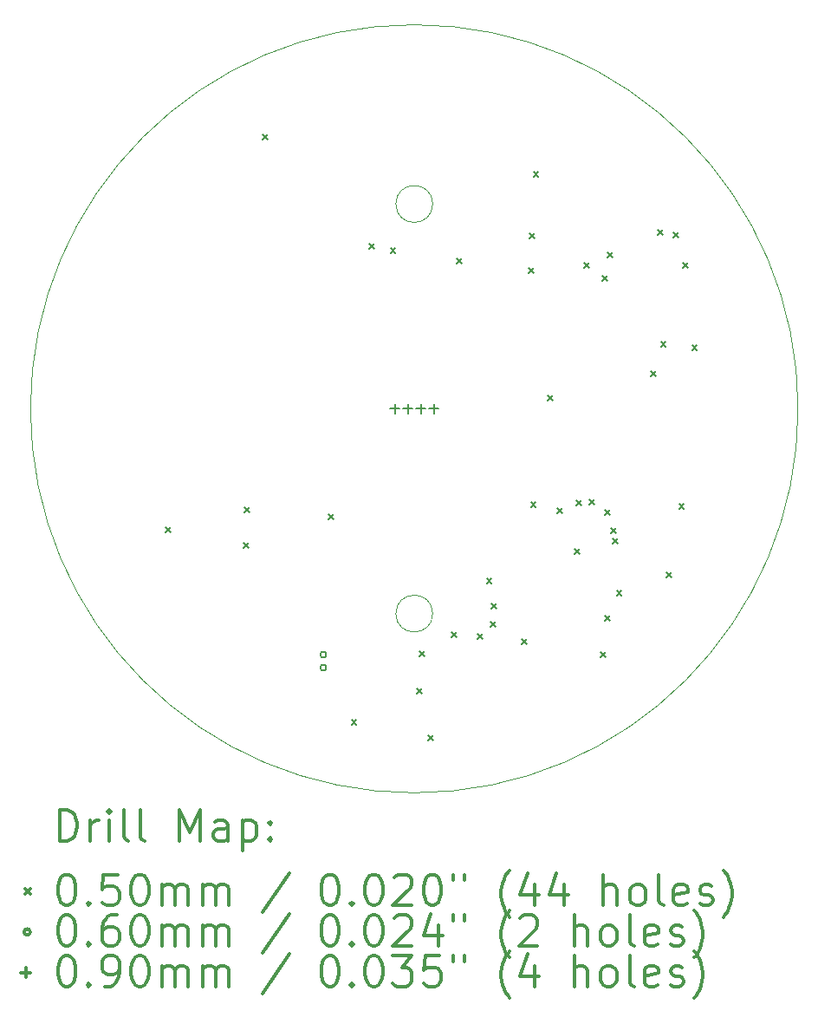
<source format=gbr>
%FSLAX45Y45*%
G04 Gerber Fmt 4.5, Leading zero omitted, Abs format (unit mm)*
G04 Created by KiCad (PCBNEW 5.1.5-52549c5~84~ubuntu18.04.1) date 2020-01-06 14:01:49*
%MOMM*%
%LPD*%
G04 APERTURE LIST*
%TA.AperFunction,Profile*%
%ADD10C,0.050000*%
%TD*%
%ADD11C,0.200000*%
%ADD12C,0.300000*%
G04 APERTURE END LIST*
D10*
X10180000Y-12000000D02*
G75*
G03X10180000Y-12000000I-180000J0D01*
G01*
X10180000Y-8000000D02*
G75*
G03X10180000Y-8000000I-180000J0D01*
G01*
X13750000Y-10000000D02*
G75*
G03X13750000Y-10000000I-3750000J0D01*
G01*
D11*
X7572160Y-11153560D02*
X7622160Y-11203560D01*
X7622160Y-11153560D02*
X7572160Y-11203560D01*
X8329080Y-11311040D02*
X8379080Y-11361040D01*
X8379080Y-11311040D02*
X8329080Y-11361040D01*
X8339240Y-10965600D02*
X8389240Y-11015600D01*
X8389240Y-10965600D02*
X8339240Y-11015600D01*
X8517040Y-7323240D02*
X8567040Y-7373240D01*
X8567040Y-7323240D02*
X8517040Y-7373240D01*
X9162200Y-11031640D02*
X9212200Y-11081640D01*
X9212200Y-11031640D02*
X9162200Y-11081640D01*
X9385720Y-13033160D02*
X9435720Y-13083160D01*
X9435720Y-13033160D02*
X9385720Y-13083160D01*
X9558440Y-8384960D02*
X9608440Y-8434960D01*
X9608440Y-8384960D02*
X9558440Y-8434960D01*
X9766720Y-8430680D02*
X9816720Y-8480680D01*
X9816720Y-8430680D02*
X9766720Y-8480680D01*
X10025800Y-12733440D02*
X10075800Y-12783440D01*
X10075800Y-12733440D02*
X10025800Y-12783440D01*
X10051200Y-12367680D02*
X10101200Y-12417680D01*
X10101200Y-12367680D02*
X10051200Y-12417680D01*
X10137560Y-13185560D02*
X10187560Y-13235560D01*
X10187560Y-13185560D02*
X10137560Y-13235560D01*
X10361080Y-12184800D02*
X10411080Y-12234800D01*
X10411080Y-12184800D02*
X10361080Y-12234800D01*
X10411880Y-8532280D02*
X10461880Y-8582280D01*
X10461880Y-8532280D02*
X10411880Y-8582280D01*
X10615080Y-12200040D02*
X10665080Y-12250040D01*
X10665080Y-12200040D02*
X10615080Y-12250040D01*
X10706520Y-11656480D02*
X10756520Y-11706480D01*
X10756520Y-11656480D02*
X10706520Y-11706480D01*
X10742080Y-12078120D02*
X10792080Y-12128120D01*
X10792080Y-12078120D02*
X10742080Y-12128120D01*
X10752240Y-11900320D02*
X10802240Y-11950320D01*
X10802240Y-11900320D02*
X10752240Y-11950320D01*
X11051960Y-12250840D02*
X11101960Y-12300840D01*
X11101960Y-12250840D02*
X11051960Y-12300840D01*
X11118000Y-8623720D02*
X11168000Y-8673720D01*
X11168000Y-8623720D02*
X11118000Y-8673720D01*
X11128160Y-8288440D02*
X11178160Y-8338440D01*
X11178160Y-8288440D02*
X11128160Y-8338440D01*
X11138320Y-10914800D02*
X11188320Y-10964800D01*
X11188320Y-10914800D02*
X11138320Y-10964800D01*
X11163720Y-7683920D02*
X11213720Y-7733920D01*
X11213720Y-7683920D02*
X11163720Y-7733920D01*
X11305960Y-9868320D02*
X11355960Y-9918320D01*
X11355960Y-9868320D02*
X11305960Y-9918320D01*
X11397400Y-10970680D02*
X11447400Y-11020680D01*
X11447400Y-10970680D02*
X11397400Y-11020680D01*
X11565040Y-11372000D02*
X11615040Y-11422000D01*
X11615040Y-11372000D02*
X11565040Y-11422000D01*
X11581641Y-10892844D02*
X11631641Y-10942844D01*
X11631641Y-10892844D02*
X11581641Y-10942844D01*
X11661560Y-8572920D02*
X11711560Y-8622920D01*
X11711560Y-8572920D02*
X11661560Y-8622920D01*
X11707280Y-10884320D02*
X11757280Y-10934320D01*
X11757280Y-10884320D02*
X11707280Y-10934320D01*
X11819040Y-12372760D02*
X11869040Y-12422760D01*
X11869040Y-12372760D02*
X11819040Y-12422760D01*
X11834280Y-8705000D02*
X11884280Y-8755000D01*
X11884280Y-8705000D02*
X11834280Y-8755000D01*
X11859680Y-10991000D02*
X11909680Y-11041000D01*
X11909680Y-10991000D02*
X11859680Y-11041000D01*
X11859680Y-12022240D02*
X11909680Y-12072240D01*
X11909680Y-12022240D02*
X11859680Y-12072240D01*
X11890160Y-8471320D02*
X11940160Y-8521320D01*
X11940160Y-8471320D02*
X11890160Y-8521320D01*
X11920640Y-11163720D02*
X11970640Y-11213720D01*
X11970640Y-11163720D02*
X11920640Y-11213720D01*
X11935880Y-11270400D02*
X11985880Y-11320400D01*
X11985880Y-11270400D02*
X11935880Y-11320400D01*
X11976520Y-11778400D02*
X12026520Y-11828400D01*
X12026520Y-11778400D02*
X11976520Y-11828400D01*
X12311800Y-9634640D02*
X12361800Y-9684640D01*
X12361800Y-9634640D02*
X12311800Y-9684640D01*
X12377840Y-8252880D02*
X12427840Y-8302880D01*
X12427840Y-8252880D02*
X12377840Y-8302880D01*
X12408320Y-9345080D02*
X12458320Y-9395080D01*
X12458320Y-9345080D02*
X12408320Y-9395080D01*
X12464200Y-11600600D02*
X12514200Y-11650600D01*
X12514200Y-11600600D02*
X12464200Y-11650600D01*
X12530240Y-8278280D02*
X12580240Y-8328280D01*
X12580240Y-8278280D02*
X12530240Y-8328280D01*
X12586120Y-10924960D02*
X12636120Y-10974960D01*
X12636120Y-10924960D02*
X12586120Y-10974960D01*
X12621680Y-8578000D02*
X12671680Y-8628000D01*
X12671680Y-8578000D02*
X12621680Y-8628000D01*
X12713120Y-9375560D02*
X12763120Y-9425560D01*
X12763120Y-9375560D02*
X12713120Y-9425560D01*
X9141000Y-12400300D02*
G75*
G03X9141000Y-12400300I-30000J0D01*
G01*
X9141000Y-12527300D02*
G75*
G03X9141000Y-12527300I-30000J0D01*
G01*
X9809500Y-9955000D02*
X9809500Y-10045000D01*
X9764500Y-10000000D02*
X9854500Y-10000000D01*
X9936500Y-9955000D02*
X9936500Y-10045000D01*
X9891500Y-10000000D02*
X9981500Y-10000000D01*
X10063500Y-9955000D02*
X10063500Y-10045000D01*
X10018500Y-10000000D02*
X10108500Y-10000000D01*
X10190500Y-9955000D02*
X10190500Y-10045000D01*
X10145500Y-10000000D02*
X10235500Y-10000000D01*
D12*
X6533928Y-14218214D02*
X6533928Y-13918214D01*
X6605357Y-13918214D01*
X6648214Y-13932500D01*
X6676786Y-13961071D01*
X6691071Y-13989643D01*
X6705357Y-14046786D01*
X6705357Y-14089643D01*
X6691071Y-14146786D01*
X6676786Y-14175357D01*
X6648214Y-14203929D01*
X6605357Y-14218214D01*
X6533928Y-14218214D01*
X6833928Y-14218214D02*
X6833928Y-14018214D01*
X6833928Y-14075357D02*
X6848214Y-14046786D01*
X6862500Y-14032500D01*
X6891071Y-14018214D01*
X6919643Y-14018214D01*
X7019643Y-14218214D02*
X7019643Y-14018214D01*
X7019643Y-13918214D02*
X7005357Y-13932500D01*
X7019643Y-13946786D01*
X7033928Y-13932500D01*
X7019643Y-13918214D01*
X7019643Y-13946786D01*
X7205357Y-14218214D02*
X7176786Y-14203929D01*
X7162500Y-14175357D01*
X7162500Y-13918214D01*
X7362500Y-14218214D02*
X7333928Y-14203929D01*
X7319643Y-14175357D01*
X7319643Y-13918214D01*
X7705357Y-14218214D02*
X7705357Y-13918214D01*
X7805357Y-14132500D01*
X7905357Y-13918214D01*
X7905357Y-14218214D01*
X8176786Y-14218214D02*
X8176786Y-14061071D01*
X8162500Y-14032500D01*
X8133928Y-14018214D01*
X8076786Y-14018214D01*
X8048214Y-14032500D01*
X8176786Y-14203929D02*
X8148214Y-14218214D01*
X8076786Y-14218214D01*
X8048214Y-14203929D01*
X8033928Y-14175357D01*
X8033928Y-14146786D01*
X8048214Y-14118214D01*
X8076786Y-14103929D01*
X8148214Y-14103929D01*
X8176786Y-14089643D01*
X8319643Y-14018214D02*
X8319643Y-14318214D01*
X8319643Y-14032500D02*
X8348214Y-14018214D01*
X8405357Y-14018214D01*
X8433928Y-14032500D01*
X8448214Y-14046786D01*
X8462500Y-14075357D01*
X8462500Y-14161071D01*
X8448214Y-14189643D01*
X8433928Y-14203929D01*
X8405357Y-14218214D01*
X8348214Y-14218214D01*
X8319643Y-14203929D01*
X8591071Y-14189643D02*
X8605357Y-14203929D01*
X8591071Y-14218214D01*
X8576786Y-14203929D01*
X8591071Y-14189643D01*
X8591071Y-14218214D01*
X8591071Y-14032500D02*
X8605357Y-14046786D01*
X8591071Y-14061071D01*
X8576786Y-14046786D01*
X8591071Y-14032500D01*
X8591071Y-14061071D01*
X6197500Y-14687500D02*
X6247500Y-14737500D01*
X6247500Y-14687500D02*
X6197500Y-14737500D01*
X6591071Y-14548214D02*
X6619643Y-14548214D01*
X6648214Y-14562500D01*
X6662500Y-14576786D01*
X6676786Y-14605357D01*
X6691071Y-14662500D01*
X6691071Y-14733929D01*
X6676786Y-14791071D01*
X6662500Y-14819643D01*
X6648214Y-14833929D01*
X6619643Y-14848214D01*
X6591071Y-14848214D01*
X6562500Y-14833929D01*
X6548214Y-14819643D01*
X6533928Y-14791071D01*
X6519643Y-14733929D01*
X6519643Y-14662500D01*
X6533928Y-14605357D01*
X6548214Y-14576786D01*
X6562500Y-14562500D01*
X6591071Y-14548214D01*
X6819643Y-14819643D02*
X6833928Y-14833929D01*
X6819643Y-14848214D01*
X6805357Y-14833929D01*
X6819643Y-14819643D01*
X6819643Y-14848214D01*
X7105357Y-14548214D02*
X6962500Y-14548214D01*
X6948214Y-14691071D01*
X6962500Y-14676786D01*
X6991071Y-14662500D01*
X7062500Y-14662500D01*
X7091071Y-14676786D01*
X7105357Y-14691071D01*
X7119643Y-14719643D01*
X7119643Y-14791071D01*
X7105357Y-14819643D01*
X7091071Y-14833929D01*
X7062500Y-14848214D01*
X6991071Y-14848214D01*
X6962500Y-14833929D01*
X6948214Y-14819643D01*
X7305357Y-14548214D02*
X7333928Y-14548214D01*
X7362500Y-14562500D01*
X7376786Y-14576786D01*
X7391071Y-14605357D01*
X7405357Y-14662500D01*
X7405357Y-14733929D01*
X7391071Y-14791071D01*
X7376786Y-14819643D01*
X7362500Y-14833929D01*
X7333928Y-14848214D01*
X7305357Y-14848214D01*
X7276786Y-14833929D01*
X7262500Y-14819643D01*
X7248214Y-14791071D01*
X7233928Y-14733929D01*
X7233928Y-14662500D01*
X7248214Y-14605357D01*
X7262500Y-14576786D01*
X7276786Y-14562500D01*
X7305357Y-14548214D01*
X7533928Y-14848214D02*
X7533928Y-14648214D01*
X7533928Y-14676786D02*
X7548214Y-14662500D01*
X7576786Y-14648214D01*
X7619643Y-14648214D01*
X7648214Y-14662500D01*
X7662500Y-14691071D01*
X7662500Y-14848214D01*
X7662500Y-14691071D02*
X7676786Y-14662500D01*
X7705357Y-14648214D01*
X7748214Y-14648214D01*
X7776786Y-14662500D01*
X7791071Y-14691071D01*
X7791071Y-14848214D01*
X7933928Y-14848214D02*
X7933928Y-14648214D01*
X7933928Y-14676786D02*
X7948214Y-14662500D01*
X7976786Y-14648214D01*
X8019643Y-14648214D01*
X8048214Y-14662500D01*
X8062500Y-14691071D01*
X8062500Y-14848214D01*
X8062500Y-14691071D02*
X8076786Y-14662500D01*
X8105357Y-14648214D01*
X8148214Y-14648214D01*
X8176786Y-14662500D01*
X8191071Y-14691071D01*
X8191071Y-14848214D01*
X8776786Y-14533929D02*
X8519643Y-14919643D01*
X9162500Y-14548214D02*
X9191071Y-14548214D01*
X9219643Y-14562500D01*
X9233928Y-14576786D01*
X9248214Y-14605357D01*
X9262500Y-14662500D01*
X9262500Y-14733929D01*
X9248214Y-14791071D01*
X9233928Y-14819643D01*
X9219643Y-14833929D01*
X9191071Y-14848214D01*
X9162500Y-14848214D01*
X9133928Y-14833929D01*
X9119643Y-14819643D01*
X9105357Y-14791071D01*
X9091071Y-14733929D01*
X9091071Y-14662500D01*
X9105357Y-14605357D01*
X9119643Y-14576786D01*
X9133928Y-14562500D01*
X9162500Y-14548214D01*
X9391071Y-14819643D02*
X9405357Y-14833929D01*
X9391071Y-14848214D01*
X9376786Y-14833929D01*
X9391071Y-14819643D01*
X9391071Y-14848214D01*
X9591071Y-14548214D02*
X9619643Y-14548214D01*
X9648214Y-14562500D01*
X9662500Y-14576786D01*
X9676786Y-14605357D01*
X9691071Y-14662500D01*
X9691071Y-14733929D01*
X9676786Y-14791071D01*
X9662500Y-14819643D01*
X9648214Y-14833929D01*
X9619643Y-14848214D01*
X9591071Y-14848214D01*
X9562500Y-14833929D01*
X9548214Y-14819643D01*
X9533928Y-14791071D01*
X9519643Y-14733929D01*
X9519643Y-14662500D01*
X9533928Y-14605357D01*
X9548214Y-14576786D01*
X9562500Y-14562500D01*
X9591071Y-14548214D01*
X9805357Y-14576786D02*
X9819643Y-14562500D01*
X9848214Y-14548214D01*
X9919643Y-14548214D01*
X9948214Y-14562500D01*
X9962500Y-14576786D01*
X9976786Y-14605357D01*
X9976786Y-14633929D01*
X9962500Y-14676786D01*
X9791071Y-14848214D01*
X9976786Y-14848214D01*
X10162500Y-14548214D02*
X10191071Y-14548214D01*
X10219643Y-14562500D01*
X10233928Y-14576786D01*
X10248214Y-14605357D01*
X10262500Y-14662500D01*
X10262500Y-14733929D01*
X10248214Y-14791071D01*
X10233928Y-14819643D01*
X10219643Y-14833929D01*
X10191071Y-14848214D01*
X10162500Y-14848214D01*
X10133928Y-14833929D01*
X10119643Y-14819643D01*
X10105357Y-14791071D01*
X10091071Y-14733929D01*
X10091071Y-14662500D01*
X10105357Y-14605357D01*
X10119643Y-14576786D01*
X10133928Y-14562500D01*
X10162500Y-14548214D01*
X10376786Y-14548214D02*
X10376786Y-14605357D01*
X10491071Y-14548214D02*
X10491071Y-14605357D01*
X10933928Y-14962500D02*
X10919643Y-14948214D01*
X10891071Y-14905357D01*
X10876786Y-14876786D01*
X10862500Y-14833929D01*
X10848214Y-14762500D01*
X10848214Y-14705357D01*
X10862500Y-14633929D01*
X10876786Y-14591071D01*
X10891071Y-14562500D01*
X10919643Y-14519643D01*
X10933928Y-14505357D01*
X11176786Y-14648214D02*
X11176786Y-14848214D01*
X11105357Y-14533929D02*
X11033928Y-14748214D01*
X11219643Y-14748214D01*
X11462500Y-14648214D02*
X11462500Y-14848214D01*
X11391071Y-14533929D02*
X11319643Y-14748214D01*
X11505357Y-14748214D01*
X11848214Y-14848214D02*
X11848214Y-14548214D01*
X11976786Y-14848214D02*
X11976786Y-14691071D01*
X11962500Y-14662500D01*
X11933928Y-14648214D01*
X11891071Y-14648214D01*
X11862500Y-14662500D01*
X11848214Y-14676786D01*
X12162500Y-14848214D02*
X12133928Y-14833929D01*
X12119643Y-14819643D01*
X12105357Y-14791071D01*
X12105357Y-14705357D01*
X12119643Y-14676786D01*
X12133928Y-14662500D01*
X12162500Y-14648214D01*
X12205357Y-14648214D01*
X12233928Y-14662500D01*
X12248214Y-14676786D01*
X12262500Y-14705357D01*
X12262500Y-14791071D01*
X12248214Y-14819643D01*
X12233928Y-14833929D01*
X12205357Y-14848214D01*
X12162500Y-14848214D01*
X12433928Y-14848214D02*
X12405357Y-14833929D01*
X12391071Y-14805357D01*
X12391071Y-14548214D01*
X12662500Y-14833929D02*
X12633928Y-14848214D01*
X12576786Y-14848214D01*
X12548214Y-14833929D01*
X12533928Y-14805357D01*
X12533928Y-14691071D01*
X12548214Y-14662500D01*
X12576786Y-14648214D01*
X12633928Y-14648214D01*
X12662500Y-14662500D01*
X12676786Y-14691071D01*
X12676786Y-14719643D01*
X12533928Y-14748214D01*
X12791071Y-14833929D02*
X12819643Y-14848214D01*
X12876786Y-14848214D01*
X12905357Y-14833929D01*
X12919643Y-14805357D01*
X12919643Y-14791071D01*
X12905357Y-14762500D01*
X12876786Y-14748214D01*
X12833928Y-14748214D01*
X12805357Y-14733929D01*
X12791071Y-14705357D01*
X12791071Y-14691071D01*
X12805357Y-14662500D01*
X12833928Y-14648214D01*
X12876786Y-14648214D01*
X12905357Y-14662500D01*
X13019643Y-14962500D02*
X13033928Y-14948214D01*
X13062500Y-14905357D01*
X13076786Y-14876786D01*
X13091071Y-14833929D01*
X13105357Y-14762500D01*
X13105357Y-14705357D01*
X13091071Y-14633929D01*
X13076786Y-14591071D01*
X13062500Y-14562500D01*
X13033928Y-14519643D01*
X13019643Y-14505357D01*
X6247500Y-15108500D02*
G75*
G03X6247500Y-15108500I-30000J0D01*
G01*
X6591071Y-14944214D02*
X6619643Y-14944214D01*
X6648214Y-14958500D01*
X6662500Y-14972786D01*
X6676786Y-15001357D01*
X6691071Y-15058500D01*
X6691071Y-15129929D01*
X6676786Y-15187071D01*
X6662500Y-15215643D01*
X6648214Y-15229929D01*
X6619643Y-15244214D01*
X6591071Y-15244214D01*
X6562500Y-15229929D01*
X6548214Y-15215643D01*
X6533928Y-15187071D01*
X6519643Y-15129929D01*
X6519643Y-15058500D01*
X6533928Y-15001357D01*
X6548214Y-14972786D01*
X6562500Y-14958500D01*
X6591071Y-14944214D01*
X6819643Y-15215643D02*
X6833928Y-15229929D01*
X6819643Y-15244214D01*
X6805357Y-15229929D01*
X6819643Y-15215643D01*
X6819643Y-15244214D01*
X7091071Y-14944214D02*
X7033928Y-14944214D01*
X7005357Y-14958500D01*
X6991071Y-14972786D01*
X6962500Y-15015643D01*
X6948214Y-15072786D01*
X6948214Y-15187071D01*
X6962500Y-15215643D01*
X6976786Y-15229929D01*
X7005357Y-15244214D01*
X7062500Y-15244214D01*
X7091071Y-15229929D01*
X7105357Y-15215643D01*
X7119643Y-15187071D01*
X7119643Y-15115643D01*
X7105357Y-15087071D01*
X7091071Y-15072786D01*
X7062500Y-15058500D01*
X7005357Y-15058500D01*
X6976786Y-15072786D01*
X6962500Y-15087071D01*
X6948214Y-15115643D01*
X7305357Y-14944214D02*
X7333928Y-14944214D01*
X7362500Y-14958500D01*
X7376786Y-14972786D01*
X7391071Y-15001357D01*
X7405357Y-15058500D01*
X7405357Y-15129929D01*
X7391071Y-15187071D01*
X7376786Y-15215643D01*
X7362500Y-15229929D01*
X7333928Y-15244214D01*
X7305357Y-15244214D01*
X7276786Y-15229929D01*
X7262500Y-15215643D01*
X7248214Y-15187071D01*
X7233928Y-15129929D01*
X7233928Y-15058500D01*
X7248214Y-15001357D01*
X7262500Y-14972786D01*
X7276786Y-14958500D01*
X7305357Y-14944214D01*
X7533928Y-15244214D02*
X7533928Y-15044214D01*
X7533928Y-15072786D02*
X7548214Y-15058500D01*
X7576786Y-15044214D01*
X7619643Y-15044214D01*
X7648214Y-15058500D01*
X7662500Y-15087071D01*
X7662500Y-15244214D01*
X7662500Y-15087071D02*
X7676786Y-15058500D01*
X7705357Y-15044214D01*
X7748214Y-15044214D01*
X7776786Y-15058500D01*
X7791071Y-15087071D01*
X7791071Y-15244214D01*
X7933928Y-15244214D02*
X7933928Y-15044214D01*
X7933928Y-15072786D02*
X7948214Y-15058500D01*
X7976786Y-15044214D01*
X8019643Y-15044214D01*
X8048214Y-15058500D01*
X8062500Y-15087071D01*
X8062500Y-15244214D01*
X8062500Y-15087071D02*
X8076786Y-15058500D01*
X8105357Y-15044214D01*
X8148214Y-15044214D01*
X8176786Y-15058500D01*
X8191071Y-15087071D01*
X8191071Y-15244214D01*
X8776786Y-14929929D02*
X8519643Y-15315643D01*
X9162500Y-14944214D02*
X9191071Y-14944214D01*
X9219643Y-14958500D01*
X9233928Y-14972786D01*
X9248214Y-15001357D01*
X9262500Y-15058500D01*
X9262500Y-15129929D01*
X9248214Y-15187071D01*
X9233928Y-15215643D01*
X9219643Y-15229929D01*
X9191071Y-15244214D01*
X9162500Y-15244214D01*
X9133928Y-15229929D01*
X9119643Y-15215643D01*
X9105357Y-15187071D01*
X9091071Y-15129929D01*
X9091071Y-15058500D01*
X9105357Y-15001357D01*
X9119643Y-14972786D01*
X9133928Y-14958500D01*
X9162500Y-14944214D01*
X9391071Y-15215643D02*
X9405357Y-15229929D01*
X9391071Y-15244214D01*
X9376786Y-15229929D01*
X9391071Y-15215643D01*
X9391071Y-15244214D01*
X9591071Y-14944214D02*
X9619643Y-14944214D01*
X9648214Y-14958500D01*
X9662500Y-14972786D01*
X9676786Y-15001357D01*
X9691071Y-15058500D01*
X9691071Y-15129929D01*
X9676786Y-15187071D01*
X9662500Y-15215643D01*
X9648214Y-15229929D01*
X9619643Y-15244214D01*
X9591071Y-15244214D01*
X9562500Y-15229929D01*
X9548214Y-15215643D01*
X9533928Y-15187071D01*
X9519643Y-15129929D01*
X9519643Y-15058500D01*
X9533928Y-15001357D01*
X9548214Y-14972786D01*
X9562500Y-14958500D01*
X9591071Y-14944214D01*
X9805357Y-14972786D02*
X9819643Y-14958500D01*
X9848214Y-14944214D01*
X9919643Y-14944214D01*
X9948214Y-14958500D01*
X9962500Y-14972786D01*
X9976786Y-15001357D01*
X9976786Y-15029929D01*
X9962500Y-15072786D01*
X9791071Y-15244214D01*
X9976786Y-15244214D01*
X10233928Y-15044214D02*
X10233928Y-15244214D01*
X10162500Y-14929929D02*
X10091071Y-15144214D01*
X10276786Y-15144214D01*
X10376786Y-14944214D02*
X10376786Y-15001357D01*
X10491071Y-14944214D02*
X10491071Y-15001357D01*
X10933928Y-15358500D02*
X10919643Y-15344214D01*
X10891071Y-15301357D01*
X10876786Y-15272786D01*
X10862500Y-15229929D01*
X10848214Y-15158500D01*
X10848214Y-15101357D01*
X10862500Y-15029929D01*
X10876786Y-14987071D01*
X10891071Y-14958500D01*
X10919643Y-14915643D01*
X10933928Y-14901357D01*
X11033928Y-14972786D02*
X11048214Y-14958500D01*
X11076786Y-14944214D01*
X11148214Y-14944214D01*
X11176786Y-14958500D01*
X11191071Y-14972786D01*
X11205357Y-15001357D01*
X11205357Y-15029929D01*
X11191071Y-15072786D01*
X11019643Y-15244214D01*
X11205357Y-15244214D01*
X11562500Y-15244214D02*
X11562500Y-14944214D01*
X11691071Y-15244214D02*
X11691071Y-15087071D01*
X11676786Y-15058500D01*
X11648214Y-15044214D01*
X11605357Y-15044214D01*
X11576786Y-15058500D01*
X11562500Y-15072786D01*
X11876786Y-15244214D02*
X11848214Y-15229929D01*
X11833928Y-15215643D01*
X11819643Y-15187071D01*
X11819643Y-15101357D01*
X11833928Y-15072786D01*
X11848214Y-15058500D01*
X11876786Y-15044214D01*
X11919643Y-15044214D01*
X11948214Y-15058500D01*
X11962500Y-15072786D01*
X11976786Y-15101357D01*
X11976786Y-15187071D01*
X11962500Y-15215643D01*
X11948214Y-15229929D01*
X11919643Y-15244214D01*
X11876786Y-15244214D01*
X12148214Y-15244214D02*
X12119643Y-15229929D01*
X12105357Y-15201357D01*
X12105357Y-14944214D01*
X12376786Y-15229929D02*
X12348214Y-15244214D01*
X12291071Y-15244214D01*
X12262500Y-15229929D01*
X12248214Y-15201357D01*
X12248214Y-15087071D01*
X12262500Y-15058500D01*
X12291071Y-15044214D01*
X12348214Y-15044214D01*
X12376786Y-15058500D01*
X12391071Y-15087071D01*
X12391071Y-15115643D01*
X12248214Y-15144214D01*
X12505357Y-15229929D02*
X12533928Y-15244214D01*
X12591071Y-15244214D01*
X12619643Y-15229929D01*
X12633928Y-15201357D01*
X12633928Y-15187071D01*
X12619643Y-15158500D01*
X12591071Y-15144214D01*
X12548214Y-15144214D01*
X12519643Y-15129929D01*
X12505357Y-15101357D01*
X12505357Y-15087071D01*
X12519643Y-15058500D01*
X12548214Y-15044214D01*
X12591071Y-15044214D01*
X12619643Y-15058500D01*
X12733928Y-15358500D02*
X12748214Y-15344214D01*
X12776786Y-15301357D01*
X12791071Y-15272786D01*
X12805357Y-15229929D01*
X12819643Y-15158500D01*
X12819643Y-15101357D01*
X12805357Y-15029929D01*
X12791071Y-14987071D01*
X12776786Y-14958500D01*
X12748214Y-14915643D01*
X12733928Y-14901357D01*
X6202500Y-15459500D02*
X6202500Y-15549500D01*
X6157500Y-15504500D02*
X6247500Y-15504500D01*
X6591071Y-15340214D02*
X6619643Y-15340214D01*
X6648214Y-15354500D01*
X6662500Y-15368786D01*
X6676786Y-15397357D01*
X6691071Y-15454500D01*
X6691071Y-15525929D01*
X6676786Y-15583071D01*
X6662500Y-15611643D01*
X6648214Y-15625929D01*
X6619643Y-15640214D01*
X6591071Y-15640214D01*
X6562500Y-15625929D01*
X6548214Y-15611643D01*
X6533928Y-15583071D01*
X6519643Y-15525929D01*
X6519643Y-15454500D01*
X6533928Y-15397357D01*
X6548214Y-15368786D01*
X6562500Y-15354500D01*
X6591071Y-15340214D01*
X6819643Y-15611643D02*
X6833928Y-15625929D01*
X6819643Y-15640214D01*
X6805357Y-15625929D01*
X6819643Y-15611643D01*
X6819643Y-15640214D01*
X6976786Y-15640214D02*
X7033928Y-15640214D01*
X7062500Y-15625929D01*
X7076786Y-15611643D01*
X7105357Y-15568786D01*
X7119643Y-15511643D01*
X7119643Y-15397357D01*
X7105357Y-15368786D01*
X7091071Y-15354500D01*
X7062500Y-15340214D01*
X7005357Y-15340214D01*
X6976786Y-15354500D01*
X6962500Y-15368786D01*
X6948214Y-15397357D01*
X6948214Y-15468786D01*
X6962500Y-15497357D01*
X6976786Y-15511643D01*
X7005357Y-15525929D01*
X7062500Y-15525929D01*
X7091071Y-15511643D01*
X7105357Y-15497357D01*
X7119643Y-15468786D01*
X7305357Y-15340214D02*
X7333928Y-15340214D01*
X7362500Y-15354500D01*
X7376786Y-15368786D01*
X7391071Y-15397357D01*
X7405357Y-15454500D01*
X7405357Y-15525929D01*
X7391071Y-15583071D01*
X7376786Y-15611643D01*
X7362500Y-15625929D01*
X7333928Y-15640214D01*
X7305357Y-15640214D01*
X7276786Y-15625929D01*
X7262500Y-15611643D01*
X7248214Y-15583071D01*
X7233928Y-15525929D01*
X7233928Y-15454500D01*
X7248214Y-15397357D01*
X7262500Y-15368786D01*
X7276786Y-15354500D01*
X7305357Y-15340214D01*
X7533928Y-15640214D02*
X7533928Y-15440214D01*
X7533928Y-15468786D02*
X7548214Y-15454500D01*
X7576786Y-15440214D01*
X7619643Y-15440214D01*
X7648214Y-15454500D01*
X7662500Y-15483071D01*
X7662500Y-15640214D01*
X7662500Y-15483071D02*
X7676786Y-15454500D01*
X7705357Y-15440214D01*
X7748214Y-15440214D01*
X7776786Y-15454500D01*
X7791071Y-15483071D01*
X7791071Y-15640214D01*
X7933928Y-15640214D02*
X7933928Y-15440214D01*
X7933928Y-15468786D02*
X7948214Y-15454500D01*
X7976786Y-15440214D01*
X8019643Y-15440214D01*
X8048214Y-15454500D01*
X8062500Y-15483071D01*
X8062500Y-15640214D01*
X8062500Y-15483071D02*
X8076786Y-15454500D01*
X8105357Y-15440214D01*
X8148214Y-15440214D01*
X8176786Y-15454500D01*
X8191071Y-15483071D01*
X8191071Y-15640214D01*
X8776786Y-15325929D02*
X8519643Y-15711643D01*
X9162500Y-15340214D02*
X9191071Y-15340214D01*
X9219643Y-15354500D01*
X9233928Y-15368786D01*
X9248214Y-15397357D01*
X9262500Y-15454500D01*
X9262500Y-15525929D01*
X9248214Y-15583071D01*
X9233928Y-15611643D01*
X9219643Y-15625929D01*
X9191071Y-15640214D01*
X9162500Y-15640214D01*
X9133928Y-15625929D01*
X9119643Y-15611643D01*
X9105357Y-15583071D01*
X9091071Y-15525929D01*
X9091071Y-15454500D01*
X9105357Y-15397357D01*
X9119643Y-15368786D01*
X9133928Y-15354500D01*
X9162500Y-15340214D01*
X9391071Y-15611643D02*
X9405357Y-15625929D01*
X9391071Y-15640214D01*
X9376786Y-15625929D01*
X9391071Y-15611643D01*
X9391071Y-15640214D01*
X9591071Y-15340214D02*
X9619643Y-15340214D01*
X9648214Y-15354500D01*
X9662500Y-15368786D01*
X9676786Y-15397357D01*
X9691071Y-15454500D01*
X9691071Y-15525929D01*
X9676786Y-15583071D01*
X9662500Y-15611643D01*
X9648214Y-15625929D01*
X9619643Y-15640214D01*
X9591071Y-15640214D01*
X9562500Y-15625929D01*
X9548214Y-15611643D01*
X9533928Y-15583071D01*
X9519643Y-15525929D01*
X9519643Y-15454500D01*
X9533928Y-15397357D01*
X9548214Y-15368786D01*
X9562500Y-15354500D01*
X9591071Y-15340214D01*
X9791071Y-15340214D02*
X9976786Y-15340214D01*
X9876786Y-15454500D01*
X9919643Y-15454500D01*
X9948214Y-15468786D01*
X9962500Y-15483071D01*
X9976786Y-15511643D01*
X9976786Y-15583071D01*
X9962500Y-15611643D01*
X9948214Y-15625929D01*
X9919643Y-15640214D01*
X9833928Y-15640214D01*
X9805357Y-15625929D01*
X9791071Y-15611643D01*
X10248214Y-15340214D02*
X10105357Y-15340214D01*
X10091071Y-15483071D01*
X10105357Y-15468786D01*
X10133928Y-15454500D01*
X10205357Y-15454500D01*
X10233928Y-15468786D01*
X10248214Y-15483071D01*
X10262500Y-15511643D01*
X10262500Y-15583071D01*
X10248214Y-15611643D01*
X10233928Y-15625929D01*
X10205357Y-15640214D01*
X10133928Y-15640214D01*
X10105357Y-15625929D01*
X10091071Y-15611643D01*
X10376786Y-15340214D02*
X10376786Y-15397357D01*
X10491071Y-15340214D02*
X10491071Y-15397357D01*
X10933928Y-15754500D02*
X10919643Y-15740214D01*
X10891071Y-15697357D01*
X10876786Y-15668786D01*
X10862500Y-15625929D01*
X10848214Y-15554500D01*
X10848214Y-15497357D01*
X10862500Y-15425929D01*
X10876786Y-15383071D01*
X10891071Y-15354500D01*
X10919643Y-15311643D01*
X10933928Y-15297357D01*
X11176786Y-15440214D02*
X11176786Y-15640214D01*
X11105357Y-15325929D02*
X11033928Y-15540214D01*
X11219643Y-15540214D01*
X11562500Y-15640214D02*
X11562500Y-15340214D01*
X11691071Y-15640214D02*
X11691071Y-15483071D01*
X11676786Y-15454500D01*
X11648214Y-15440214D01*
X11605357Y-15440214D01*
X11576786Y-15454500D01*
X11562500Y-15468786D01*
X11876786Y-15640214D02*
X11848214Y-15625929D01*
X11833928Y-15611643D01*
X11819643Y-15583071D01*
X11819643Y-15497357D01*
X11833928Y-15468786D01*
X11848214Y-15454500D01*
X11876786Y-15440214D01*
X11919643Y-15440214D01*
X11948214Y-15454500D01*
X11962500Y-15468786D01*
X11976786Y-15497357D01*
X11976786Y-15583071D01*
X11962500Y-15611643D01*
X11948214Y-15625929D01*
X11919643Y-15640214D01*
X11876786Y-15640214D01*
X12148214Y-15640214D02*
X12119643Y-15625929D01*
X12105357Y-15597357D01*
X12105357Y-15340214D01*
X12376786Y-15625929D02*
X12348214Y-15640214D01*
X12291071Y-15640214D01*
X12262500Y-15625929D01*
X12248214Y-15597357D01*
X12248214Y-15483071D01*
X12262500Y-15454500D01*
X12291071Y-15440214D01*
X12348214Y-15440214D01*
X12376786Y-15454500D01*
X12391071Y-15483071D01*
X12391071Y-15511643D01*
X12248214Y-15540214D01*
X12505357Y-15625929D02*
X12533928Y-15640214D01*
X12591071Y-15640214D01*
X12619643Y-15625929D01*
X12633928Y-15597357D01*
X12633928Y-15583071D01*
X12619643Y-15554500D01*
X12591071Y-15540214D01*
X12548214Y-15540214D01*
X12519643Y-15525929D01*
X12505357Y-15497357D01*
X12505357Y-15483071D01*
X12519643Y-15454500D01*
X12548214Y-15440214D01*
X12591071Y-15440214D01*
X12619643Y-15454500D01*
X12733928Y-15754500D02*
X12748214Y-15740214D01*
X12776786Y-15697357D01*
X12791071Y-15668786D01*
X12805357Y-15625929D01*
X12819643Y-15554500D01*
X12819643Y-15497357D01*
X12805357Y-15425929D01*
X12791071Y-15383071D01*
X12776786Y-15354500D01*
X12748214Y-15311643D01*
X12733928Y-15297357D01*
M02*

</source>
